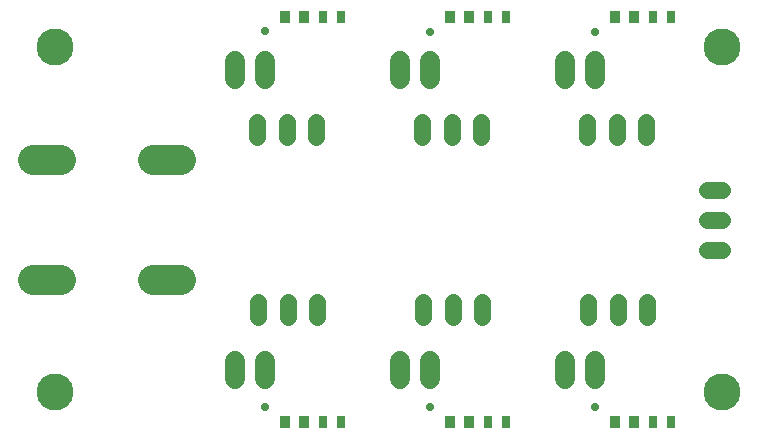
<source format=gbr>
G04 EAGLE Gerber RS-274X export*
G75*
%MOMM*%
%FSLAX34Y34*%
%LPD*%
%INSoldermask Top*%
%IPPOS*%
%AMOC8*
5,1,8,0,0,1.08239X$1,22.5*%
G01*
G04 Define Apertures*
%ADD10C,3.127000*%
%ADD11C,1.407000*%
%ADD12C,2.527000*%
%ADD13C,1.651000*%
%ADD14R,0.738800X1.038800*%
%ADD15R,0.925700X1.100900*%
%ADD16C,0.731000*%
D10*
X50800Y44450D03*
X615950Y44450D03*
X50800Y336550D03*
X615950Y336550D03*
D11*
X362750Y120700D02*
X362750Y107900D01*
X387750Y107900D02*
X387750Y120700D01*
X412750Y120700D02*
X412750Y107900D01*
X502450Y107900D02*
X502450Y120700D01*
X527450Y120700D02*
X527450Y107900D01*
X552450Y107900D02*
X552450Y120700D01*
X411950Y260300D02*
X411950Y273100D01*
X386950Y273100D02*
X386950Y260300D01*
X361950Y260300D02*
X361950Y273100D01*
X551650Y273100D02*
X551650Y260300D01*
X526650Y260300D02*
X526650Y273100D01*
X501650Y273100D02*
X501650Y260300D01*
D12*
X158050Y241300D02*
X134050Y241300D01*
X56450Y241300D02*
X32450Y241300D01*
X134050Y139700D02*
X158050Y139700D01*
X56450Y139700D02*
X32450Y139700D01*
D13*
X368300Y71120D02*
X368300Y55880D01*
X342900Y55880D02*
X342900Y71120D01*
X228600Y71120D02*
X228600Y55880D01*
X203200Y55880D02*
X203200Y71120D01*
X508000Y71120D02*
X508000Y55880D01*
X482600Y55880D02*
X482600Y71120D01*
X228600Y309880D02*
X228600Y325120D01*
X203200Y325120D02*
X203200Y309880D01*
X368300Y309880D02*
X368300Y325120D01*
X342900Y325120D02*
X342900Y309880D01*
X508000Y309880D02*
X508000Y325120D01*
X482600Y325120D02*
X482600Y309880D01*
D11*
X603200Y215100D02*
X616000Y215100D01*
X616000Y190100D02*
X603200Y190100D01*
X603200Y165100D02*
X616000Y165100D01*
X223050Y120700D02*
X223050Y107900D01*
X248050Y107900D02*
X248050Y120700D01*
X273050Y120700D02*
X273050Y107900D01*
X272250Y260300D02*
X272250Y273100D01*
X247250Y273100D02*
X247250Y260300D01*
X222250Y260300D02*
X222250Y273100D01*
D14*
X293250Y19050D03*
X278250Y19050D03*
X432950Y19050D03*
X417950Y19050D03*
X572650Y19050D03*
X557650Y19050D03*
X293250Y361950D03*
X278250Y361950D03*
X432950Y361950D03*
X417950Y361950D03*
X572650Y361950D03*
X557650Y361950D03*
D15*
X262152Y19050D03*
X245848Y19050D03*
X401852Y19050D03*
X385548Y19050D03*
X541552Y19050D03*
X525248Y19050D03*
X262152Y361950D03*
X245848Y361950D03*
X401852Y361950D03*
X385548Y361950D03*
X541552Y361950D03*
X525248Y361950D03*
D16*
X228600Y31750D03*
X508000Y31750D03*
X368300Y31750D03*
X228600Y349786D03*
X508000Y349250D03*
X368300Y349250D03*
M02*

</source>
